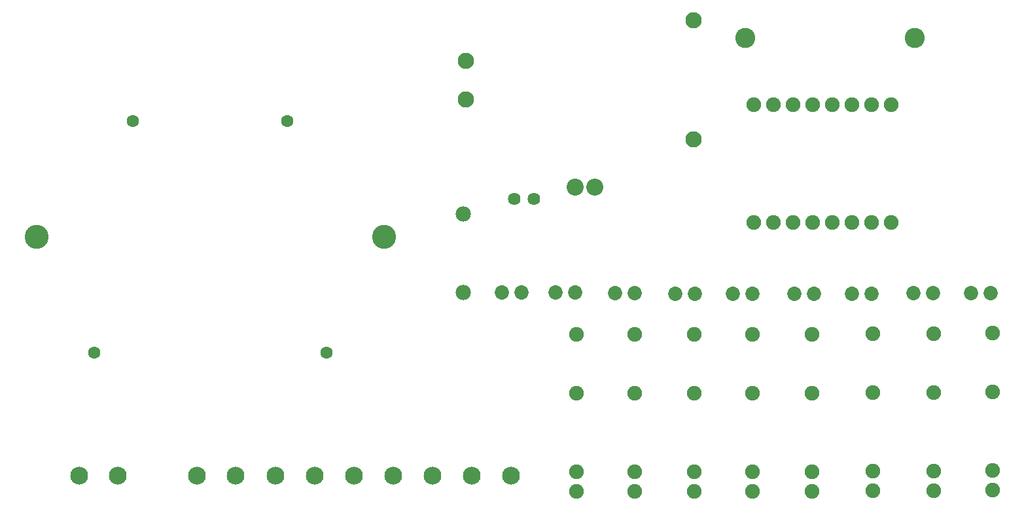
<source format=gbs>
G04 Layer: BottomSolderMaskLayer*
G04 EasyEDA v6.5.48, 2025-01-17 00:15:48*
G04 c49acdadf4e844e4a0faf736a1285ea8,9c8959dc7a574dada6669a69c5c32939,10*
G04 Gerber Generator version 0.2*
G04 Scale: 100 percent, Rotated: No, Reflected: No *
G04 Dimensions in millimeters *
G04 leading zeros omitted , absolute positions ,4 integer and 5 decimal *
%FSLAX45Y45*%
%MOMM*%

%ADD10C,1.6256*%
%ADD11C,2.2032*%
%ADD12C,1.8532*%
%ADD13C,1.9812*%
%ADD14C,1.9016*%
%ADD15C,2.3016*%
%ADD16C,3.1016*%
%ADD17C,1.6016*%
%ADD18C,2.1016*%
%ADD19C,2.6016*%

%LPD*%
D10*
G01*
X6902983Y4199991D03*
G01*
X7156983Y4199991D03*
D11*
G01*
X7689977Y4349978D03*
G01*
X7943977Y4349978D03*
D12*
G01*
X7436002Y2990011D03*
G01*
X7690002Y2990011D03*
G01*
X8205977Y2980004D03*
G01*
X8459977Y2980004D03*
G01*
X8985986Y2969996D03*
G01*
X9239986Y2969996D03*
G01*
X9735997Y2969996D03*
G01*
X9989997Y2969996D03*
G01*
X10525963Y2969996D03*
G01*
X10779963Y2969996D03*
G01*
X11275974Y2969996D03*
G01*
X11529974Y2969996D03*
G01*
X12065965Y2980004D03*
G01*
X12319965Y2980004D03*
G01*
X12815976Y2980004D03*
G01*
X13069976Y2980004D03*
G01*
X6745986Y2990011D03*
G01*
X6999986Y2990011D03*
D13*
G01*
X6239992Y4007993D03*
G01*
X6239992Y2991993D03*
D14*
G01*
X11777979Y5419979D03*
G01*
X11523979Y5419979D03*
G01*
X11269979Y5419979D03*
G01*
X11015979Y5419979D03*
G01*
X10761979Y5419979D03*
G01*
X10507979Y5419979D03*
G01*
X10253979Y5419979D03*
G01*
X9999979Y5419979D03*
G01*
X11777979Y3895979D03*
G01*
X11523979Y3895979D03*
G01*
X11269979Y3895979D03*
G01*
X11015979Y3895979D03*
G01*
X10761979Y3895979D03*
G01*
X10507979Y3895979D03*
G01*
X10253979Y3895979D03*
G01*
X9999979Y3895979D03*
G01*
X7709992Y414020D03*
G01*
X7709992Y668020D03*
G01*
X7709992Y1684020D03*
G01*
X7709992Y2446020D03*
G01*
X8459977Y414020D03*
G01*
X8459977Y668020D03*
G01*
X8459977Y1684020D03*
G01*
X8459977Y2446020D03*
G01*
X9229979Y414020D03*
G01*
X9229979Y668020D03*
G01*
X9229979Y1684020D03*
G01*
X9229979Y2446020D03*
G01*
X9989972Y414020D03*
G01*
X9989972Y668020D03*
G01*
X9989972Y1684020D03*
G01*
X9989972Y2446020D03*
G01*
X10759973Y414020D03*
G01*
X10759973Y668020D03*
G01*
X10759973Y1684020D03*
G01*
X10759973Y2446020D03*
G01*
X11539981Y424027D03*
G01*
X11539981Y678027D03*
G01*
X11539981Y1694027D03*
G01*
X11539981Y2456027D03*
G01*
X12329972Y424027D03*
G01*
X12329972Y678027D03*
G01*
X12329972Y1694027D03*
G01*
X12329972Y2456027D03*
G01*
X13089966Y434009D03*
G01*
X13089966Y688009D03*
G01*
X13089966Y1704009D03*
G01*
X13089966Y2466009D03*
D15*
G01*
X2799994Y619988D03*
G01*
X3299993Y619988D03*
G01*
X3812006Y619988D03*
G01*
X4320006Y619988D03*
G01*
X4828006Y619988D03*
G01*
X5336006Y619988D03*
G01*
X5844006Y619988D03*
G01*
X6352006Y619988D03*
G01*
X6860006Y619988D03*
D16*
G01*
X5219979Y3710000D03*
G01*
X719988Y3710000D03*
D17*
G01*
X4469993Y2210003D03*
G01*
X1469999Y2210003D03*
G01*
X3969994Y5209997D03*
G01*
X1969998Y5209997D03*
D18*
G01*
X9219996Y4969967D03*
G01*
X9219996Y6509969D03*
G01*
X6279997Y5489981D03*
G01*
X6279997Y5989980D03*
D15*
G01*
X1270000Y619988D03*
G01*
X1769998Y619988D03*
D19*
G01*
X9894976Y6279997D03*
G01*
X12084989Y6279997D03*
M02*

</source>
